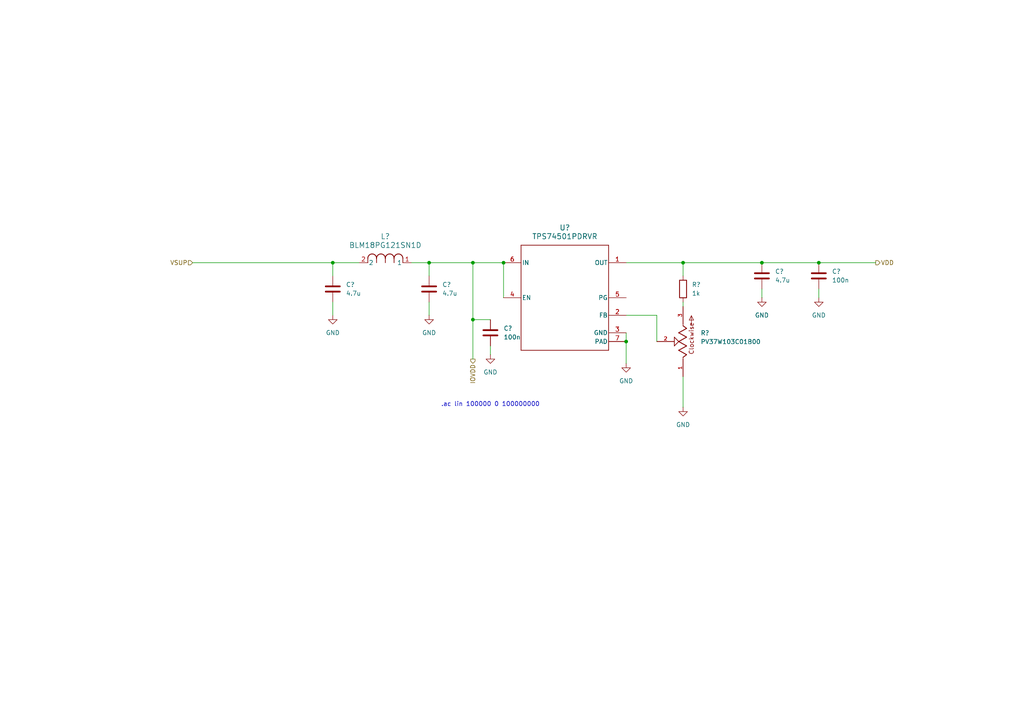
<source format=kicad_sch>
(kicad_sch (version 20231120) (generator "eeschema") (generator_version "8.0")
  (paper "A4")
  (lib_symbols
    (symbol "2024-09-16_06-39-17:BLM18PG121SN1D" (pin_names (offset 0.254))
      (property "Reference" "L" (at 6.985 5.08 0))
      (property "Value" "BLM18PG121SN1D" (at 6.985 -2.54 0))
      (symbol "BLM18PG121SN1D_1_1"
        (polyline (pts (xy 2.54 0) (xy 2.54 1.27)) (stroke (width 0.2032)))
        (polyline (pts (xy 5.08 0) (xy 5.08 1.27)) (stroke (width 0.2032)))
        (polyline (pts (xy 7.62 0) (xy 7.62 1.27)) (stroke (width 0.2032)))
        (polyline (pts (xy 10.16 0) (xy 10.16 1.27)) (stroke (width 0.2032)))
        (polyline (pts (xy 12.7 0) (xy 12.7 1.27)) (stroke (width 0.2032)))
        (arc (start 5.08 1.27) (mid 3.81 2.5344) (end 2.54 1.27) (stroke (width 0.254)))
        (arc (start 7.62 1.27) (mid 6.35 2.5344) (end 5.08 1.27) (stroke (width 0.254)))
        (arc (start 10.16 1.27) (mid 8.89 2.5344) (end 7.62 1.27) (stroke (width 0.254)))
        (arc (start 12.7 1.27) (mid 11.43 2.5344) (end 10.16 1.27) (stroke (width 0.254)))
        (pin unspecified line (at 15.24 0 180) (length 2.54) (name "1") (number "1"))
        (pin unspecified line (at 0 0 0) (length 2.54) (name "2") (number "2"))
      )
      (symbol "BLM18PG121SN1D_1_2"
        (arc (start -1.27 5.08) (mid -2.5344 3.81) (end -1.27 2.54) (stroke (width 0.254)))
        (arc (start -1.27 7.62) (mid -2.5344 6.35) (end -1.27 5.08) (stroke (width 0.254)))
        (arc (start -1.27 10.16) (mid -2.5344 8.89) (end -1.27 7.62) (stroke (width 0.254)))
        (arc (start -1.27 12.7) (mid -2.5344 11.43) (end -1.27 10.16) (stroke (width 0.254)))
        (polyline (pts (xy 0 2.54) (xy -1.27 2.54)) (stroke (width 0.2032)))
        (polyline (pts (xy 0 5.08) (xy -1.27 5.08)) (stroke (width 0.2032)))
        (polyline (pts (xy 0 7.62) (xy -1.27 7.62)) (stroke (width 0.2032)))
        (polyline (pts (xy 0 10.16) (xy -1.27 10.16)) (stroke (width 0.2032)))
        (polyline (pts (xy 0 12.7) (xy -1.27 12.7)) (stroke (width 0.2032)))
        (pin unspecified line (at 0 15.24 270) (length 2.54) (name "1") (number "1"))
        (pin unspecified line (at 0 0 90) (length 2.54) (name "2") (number "2"))
      )
    )
    (symbol "Device:C" (pin_numbers hide) (pin_names (offset 0.254))
      (property "Reference" "C" (at 0.635 2.54 0))
      (property "Value" "C" (at 0.635 -2.54 0))
      (symbol "C_0_1"
        (polyline (pts (xy -2.032 -0.762) (xy 2.032 -0.762)) (stroke (width 0.508)))
        (polyline (pts (xy -2.032 0.762) (xy 2.032 0.762)) (stroke (width 0.508)))
      )
      (symbol "C_1_1"
        (pin passive line (at 0 3.81 270) (length 2.794) (name "~") (number "1"))
        (pin passive line (at 0 -3.81 90) (length 2.794) (name "~") (number "2"))
      )
    )
    (symbol "Device:R" (pin_numbers hide) (pin_names (offset 0))
      (property "Reference" "R" (at 2.032 0 90))
      (property "Value" "R" (at 0 0 90))
      (symbol "R_0_1"
        (rectangle (start -1.016 -2.54) (end 1.016 2.54) (stroke (width 0.254)))
      )
      (symbol "R_1_1"
        (pin passive line (at 0 3.81 270) (length 1.27) (name "~") (number "1"))
        (pin passive line (at 0 -3.81 90) (length 1.27) (name "~") (number "2"))
      )
    )
    (symbol "TPS745_LDO:TPS74501PDRVR" (pin_names (offset 0.254))
      (property "Reference" "U" (at 0 2.54 0))
      (property "Value" "TPS74501PDRVR" (at 0 0 0))
      (symbol "TPS74501PDRVR_0_1"
        (polyline (pts (xy -12.7 -15.24) (xy 12.7 -15.24)) (stroke (width 0.2032)))
        (polyline (pts (xy -12.7 15.24) (xy -12.7 -15.24)) (stroke (width 0.2032)))
        (polyline (pts (xy 12.7 -15.24) (xy 12.7 15.24)) (stroke (width 0.2032)))
        (polyline (pts (xy 12.7 15.24) (xy -12.7 15.24)) (stroke (width 0.2032)))
        (pin power_in line (at 17.78 10.16 180) (length 5.08) (name "OUT") (number "1"))
        (pin input line (at 17.78 -5.08 180) (length 5.08) (name "FB") (number "2"))
        (pin power_in line (at 17.78 -10.16 180) (length 5.08) (name "GND") (number "3"))
        (pin input line (at -17.78 0 0) (length 5.08) (name "EN") (number "4"))
        (pin open_collector line (at 17.78 0 180) (length 5.08) (name "PG") (number "5"))
        (pin power_in line (at -17.78 10.16 0) (length 5.08) (name "IN") (number "6"))
        (pin power_in line (at 17.78 -12.7 180) (length 5.08) (name "PAD") (number "7"))
      )
    )
    (symbol "pot_10turn:PV37W103C01B00" (pin_names (offset 1.016))
      (property "Reference" "R" (at -10.6887 7.6348 0))
      (property "Value" "PV37W103C01B00" (at -10.6887 -5.5953 0))
      (symbol "PV37W103C01B00_0_0"
        (polyline (pts (xy -4.572 0) (xy -5.08 0)) (stroke (width 0.1524)))
        (polyline (pts (xy -3.81 -1.016) (xy -4.572 0)) (stroke (width 0.254)))
        (polyline (pts (xy -2.54 1.27) (xy -3.81 -1.016)) (stroke (width 0.254)))
        (polyline (pts (xy -1.27 -1.016) (xy -2.54 1.27)) (stroke (width 0.254)))
        (polyline (pts (xy -1.27 2.54) (xy 1.27 2.54)) (stroke (width 0.2032)))
        (polyline (pts (xy 0 1.27) (xy -1.27 -1.016)) (stroke (width 0.254)))
        (polyline (pts (xy 0 1.27) (xy -1.27 2.54)) (stroke (width 0.2032)))
        (polyline (pts (xy 1.27 -1.016) (xy 0 1.27)) (stroke (width 0.254)))
        (polyline (pts (xy 1.27 2.54) (xy 0 1.27)) (stroke (width 0.2032)))
        (polyline (pts (xy 2.54 1.27) (xy 1.27 -1.016)) (stroke (width 0.254)))
        (polyline (pts (xy 3.81 -1.016) (xy 2.54 1.27)) (stroke (width 0.254)))
        (polyline (pts (xy 4.572 0) (xy 3.81 -1.016)) (stroke (width 0.254)))
        (polyline (pts (xy 4.953 -2.413) (xy 7.493 -2.413)) (stroke (width 0.1524)))
        (polyline (pts (xy 5.08 0) (xy 4.572 0)) (stroke (width 0.1524)))
        (polyline (pts (xy 6.223 -3.048) (xy 6.223 -1.778)) (stroke (width 0.1524)))
        (polyline (pts (xy 6.223 -1.778) (xy 7.493 -2.413)) (stroke (width 0.1524)))
        (polyline (pts (xy 7.493 -2.413) (xy 6.223 -3.048)) (stroke (width 0.1524)))
        (text "Clockwise" (at -3.81 -3.175 0) (effects (font (size 1.27 1.27)) (justify left bottom)))
        (pin passive line (at -10.16 0 0) (length 5.08) (name "~") (number "1"))
        (pin passive line (at 0 7.62 270) (length 5.08) (name "~") (number "2"))
        (pin passive line (at 10.16 0 180) (length 5.08) (name "~") (number "3"))
      )
    )
    (symbol "power:GND" (power) (pin_numbers hide) (pin_names (offset 0) hide)
      (property "Value" "GND" (at 0 -3.81 0))
      (symbol "GND_0_1"
        (polyline (pts (xy 0 0) (xy 0 -1.27) (xy 1.27 -1.27) (xy 0 -2.54) (xy -1.27 -1.27) (xy 0 -1.27)))
      )
      (symbol "GND_1_1"
        (pin power_in line (at 0 0 270) (length 0) (name "~") (number "1"))
      )
    )
  )
  (junction (at 181.61 99.06))
  (junction (at 124.46 76.2))
  (junction (at 220.98 76.2))
  (junction (at 237.49 76.2))
  (junction (at 146.05 76.2))
  (junction (at 137.16 92.71))
  (junction (at 198.12 76.2))
  (junction (at 96.52 76.2))
  (junction (at 137.16 76.2))
  (wire (pts (xy 137.16 92.71) (xy 142.24 92.71)))
  (wire (pts (xy 142.24 100.33) (xy 142.24 102.87)))
  (wire (pts (xy 55.88 76.2) (xy 96.52 76.2)))
  (wire (pts (xy 198.12 76.2) (xy 198.12 80.01)))
  (wire (pts (xy 119.38 76.2) (xy 124.46 76.2)))
  (wire (pts (xy 146.05 76.2) (xy 146.05 86.36)))
  (wire (pts (xy 198.12 76.2) (xy 220.98 76.2)))
  (wire (pts (xy 190.5 91.44) (xy 181.61 91.44)))
  (wire (pts (xy 137.16 76.2) (xy 146.05 76.2)))
  (wire (pts (xy 124.46 76.2) (xy 137.16 76.2)))
  (wire (pts (xy 96.52 76.2) (xy 104.14 76.2)))
  (wire (pts (xy 237.49 83.82) (xy 237.49 86.36)))
  (wire (pts (xy 124.46 76.2) (xy 124.46 80.01)))
  (wire (pts (xy 190.5 99.06) (xy 190.5 91.44)))
  (wire (pts (xy 181.61 96.52) (xy 181.61 99.06)))
  (wire (pts (xy 220.98 83.82) (xy 220.98 86.36)))
  (wire (pts (xy 181.61 76.2) (xy 198.12 76.2)))
  (wire (pts (xy 124.46 87.63) (xy 124.46 91.44)))
  (wire (pts (xy 137.16 76.2) (xy 137.16 92.71)))
  (wire (pts (xy 198.12 109.22) (xy 198.12 118.11)))
  (wire (pts (xy 96.52 87.63) (xy 96.52 91.44)))
  (wire (pts (xy 237.49 76.2) (xy 254 76.2)))
  (wire (pts (xy 198.12 87.63) (xy 198.12 88.9)))
  (wire (pts (xy 96.52 76.2) (xy 96.52 80.01)))
  (wire (pts (xy 220.98 76.2) (xy 237.49 76.2)))
  (wire (pts (xy 137.16 92.71) (xy 137.16 104.14)))
  (wire (pts (xy 181.61 99.06) (xy 181.61 105.41)))
  (text ".ac lin 100000 0 100000000" (at 142.24 117.348 0) (effects (font (size 1.27 1.27))))
  (hierarchical_label "VSUP" (shape input) (at 55.88 76.2 180))
  (hierarchical_label "VDD" (shape output) (at 254 76.2 0))
  (hierarchical_label "IOVDD" (shape output) (at 137.16 104.14 270))
  (symbol (lib_id "pot_10turn:PV37W103C01B00") (at 198.12 99.06 90) (unit 1)
    (property "Reference" "R?" (at 203.2 96.5834 90) (effects (justify right)))
    (property "Value" "PV37W103C01B00" (at 203.2 99.1234 90) (effects (justify right)))
    (property "Footprint" "PV37W103C01B00:TRIM_PV37W103C01B00" (effects (hide yes)))
    (property "PARTREV" "08/19" (effects (hide yes)))
    (property "STANDARD" "Manufacturer recommendations" (effects (hide yes)))
    (property "MAXIMUM_PACKAGE_HEIGHT" "7.75 mm" (effects (hide yes)))
    (property "MANUFACTURER" "Bourns" (effects (hide yes)))
    (property "Sim.Device" "R" (effects (hide yes)))
    (property "Sim.Type" "POT" (effects (hide yes)))
    (property "Sim.Pins" "1=r0 2=wiper 3=r1" (effects (hide yes)))
    (property "Sim.Params" "r=10k pos=0.5" (effects (hide yes)))
  )
  (symbol (lib_id "Device:C") (at 124.46 83.82 0) (unit 1)
    (property "Reference" "C?" (at 128.27 82.5499 0) (effects (justify left)))
    (property "Value" "4.7u" (at 128.27 85.0899 0) (effects (justify left)))
    (property "Footprint" "Capacitor_SMD:C_0603_1608Metric" (effects (hide yes)))
    (property "Description" "Unpolarized capacitor" (effects (hide yes)))
  )
  (symbol (lib_id "Device:C") (at 96.52 83.82 0) (unit 1)
    (property "Reference" "C?" (at 100.33 82.5499 0) (effects (justify left)))
    (property "Value" "4.7u" (at 100.33 85.0899 0) (effects (justify left)))
    (property "Footprint" "Capacitor_SMD:C_0603_1608Metric" (effects (hide yes)))
    (property "Description" "Unpolarized capacitor" (effects (hide yes)))
  )
  (symbol (lib_id "Device:C") (at 142.24 96.52 0) (unit 1)
    (property "Reference" "C?" (at 146.05 95.2499 0) (effects (justify left)))
    (property "Value" "100n" (at 146.05 97.7899 0) (effects (justify left)))
    (property "Footprint" "Capacitor_SMD:C_0402_1005Metric" (effects (hide yes)))
    (property "Description" "Unpolarized capacitor" (effects (hide yes)))
  )
  (symbol (lib_id "power:GND") (at 124.46 91.44 0) (unit 1)
    (property "Reference" "#PWR?" (effects (hide yes)))
    (property "Value" "GND" (at 124.46 96.52 0))
    (property "Description" "Power symbol creates a global label with name \"GND\" , ground" (effects (hide yes)))
  )
  (symbol (lib_id "2024-09-16_06-39-17:BLM18PG121SN1D") (at 104.14 76.2 0) (unit 1)
    (property "Reference" "L?" (at 111.76 68.58 0) (effects (font (size 1.524 1.524))))
    (property "Value" "BLM18PG121SN1D" (at 111.76 71.12 0) (effects (font (size 1.524 1.524))))
    (property "Footprint" "IND_BLM18_0603_MUR" (effects (hide yes)))
    (property "Datasheet" "BLM18PG121SN1D" (effects (hide yes)))
    (property "Sim.Library" "/home/maxwell/github-repos/sp-24-EE628/6_Test/2_PCB/test_board_1/TestBoardEDA/models/BLM18PG121SN1.mod" (effects (hide yes)))
    (property "Sim.Name" "BLM18PG121SN1" (effects (hide yes)))
    (property "Sim.Device" "SUBCKT" (effects (hide yes)))
    (property "Sim.Pins" "1=port1 2=port2" (effects (hide yes)))
  )
  (symbol (lib_id "Device:R") (at 198.12 83.82 0) (unit 1)
    (property "Reference" "R?" (at 200.66 82.5499 0) (effects (justify left)))
    (property "Value" "1k" (at 200.66 85.0899 0) (effects (justify left)))
    (property "Footprint" "Resistor_SMD:R_0402_1005Metric" (effects (hide yes)))
    (property "Description" "Resistor" (effects (hide yes)))
  )
  (symbol (lib_id "power:GND") (at 142.24 102.87 0) (unit 1)
    (property "Reference" "#PWR?" (effects (hide yes)))
    (property "Value" "GND" (at 142.24 107.95 0))
    (property "Description" "Power symbol creates a global label with name \"GND\" , ground" (effects (hide yes)))
  )
  (symbol (lib_id "Device:C") (at 237.49 80.01 0) (unit 1)
    (property "Reference" "C?" (at 241.3 78.7399 0) (effects (justify left)))
    (property "Value" "100n" (at 241.3 81.2799 0) (effects (justify left)))
    (property "Footprint" "Capacitor_SMD:C_0402_1005Metric" (effects (hide yes)))
    (property "Description" "Unpolarized capacitor" (effects (hide yes)))
  )
  (symbol (lib_id "power:GND") (at 96.52 91.44 0) (unit 1)
    (property "Reference" "#PWR?" (effects (hide yes)))
    (property "Value" "GND" (at 96.52 96.52 0))
    (property "Description" "Power symbol creates a global label with name \"GND\" , ground" (effects (hide yes)))
  )
  (symbol (lib_id "power:GND") (at 181.61 105.41 0) (unit 1)
    (property "Reference" "#PWR?" (effects (hide yes)))
    (property "Value" "GND" (at 181.61 110.49 0))
    (property "Description" "Power symbol creates a global label with name \"GND\" , ground" (effects (hide yes)))
  )
  (symbol (lib_id "TPS745_LDO:TPS74501PDRVR") (at 163.83 86.36 0) (unit 1)
    (property "Reference" "U?" (at 163.83 66.04 0) (effects (font (size 1.524 1.524))))
    (property "Value" "TPS74501PDRVR" (at 163.83 68.58 0) (effects (font (size 1.524 1.524))))
    (property "Footprint" "DRV0006A" (effects (hide yes)))
    (property "Datasheet" "TPS74501PDRVR" (effects (hide yes)))
    (property "Sim.Library" "/home/maxwell/github-repos/sp-24-EE628/6_Test/2_PCB/test_board_1/TestBoardEDA/models/TPS74501P_TRANS.lib" (effects (hide yes)))
    (property "Sim.Name" "TPS74501P_TRANS" (effects (hide yes)))
    (property "Sim.Device" "SUBCKT" (effects (hide yes)))
    (property "Sim.Pins" "1=VOUT 2=FB 3=GND 4=EN 5=PG 6=VIN" (effects (hide yes)))
  )
  (symbol (lib_id "power:GND") (at 198.12 118.11 0) (unit 1)
    (property "Reference" "#PWR?" (effects (hide yes)))
    (property "Value" "GND" (at 198.12 123.19 0))
    (property "Description" "Power symbol creates a global label with name \"GND\" , ground" (effects (hide yes)))
  )
  (symbol (lib_id "Device:C") (at 220.98 80.01 0) (unit 1)
    (property "Reference" "C?" (at 224.79 78.7399 0) (effects (justify left)))
    (property "Value" "4.7u" (at 224.79 81.2799 0) (effects (justify left)))
    (property "Footprint" "Capacitor_SMD:C_0603_1608Metric" (effects (hide yes)))
    (property "Description" "Unpolarized capacitor" (effects (hide yes)))
  )
  (symbol (lib_id "power:GND") (at 220.98 86.36 0) (unit 1)
    (property "Reference" "#PWR?" (effects (hide yes)))
    (property "Value" "GND" (at 220.98 91.44 0))
    (property "Description" "Power symbol creates a global label with name \"GND\" , ground" (effects (hide yes)))
  )
  (symbol (lib_id "power:GND") (at 237.49 86.36 0) (unit 1)
    (property "Reference" "#PWR?" (effects (hide yes)))
    (property "Value" "GND" (at 237.49 91.44 0))
    (property "Description" "Power symbol creates a global label with name \"GND\" , ground" (effects (hide yes)))
  )
)
</source>
